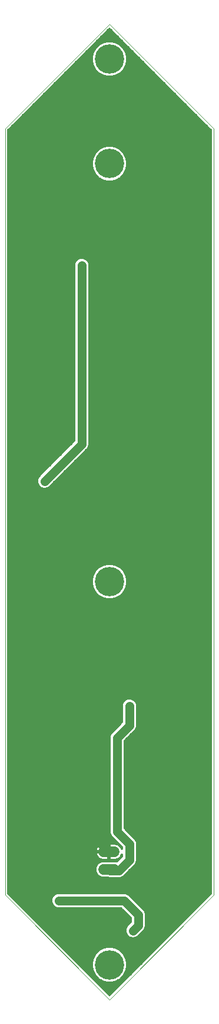
<source format=gbl>
G75*
%MOIN*%
%OFA0B0*%
%FSLAX25Y25*%
%IPPOS*%
%LPD*%
%AMOC8*
5,1,8,0,0,1.08239X$1,22.5*
%
%ADD10C,0.00000*%
%ADD11C,0.06000*%
%ADD12C,0.04362*%
%ADD13C,0.05000*%
%ADD14C,0.01200*%
%ADD15C,0.04000*%
%ADD16C,0.03969*%
%ADD17C,0.16598*%
D10*
X0020685Y0060655D02*
X0079740Y0001600D01*
X0138795Y0060655D01*
X0138795Y0493726D01*
X0079740Y0552781D01*
X0020685Y0493726D01*
X0020685Y0060655D01*
D11*
X0076425Y0075120D02*
X0082425Y0075120D01*
X0082425Y0085120D02*
X0076425Y0085120D01*
D12*
X0091000Y0167600D03*
X0087000Y0270600D03*
X0054000Y0158600D03*
X0043000Y0294600D03*
X0064000Y0416600D03*
X0094000Y0511600D03*
X0124000Y0405600D03*
D13*
X0109000Y0420600D01*
X0109000Y0478600D01*
X0094000Y0493600D01*
X0094000Y0511600D01*
X0064000Y0416600D02*
X0064000Y0315600D01*
X0043000Y0294600D01*
X0087000Y0179600D02*
X0066500Y0159100D01*
X0075480Y0150120D01*
X0075480Y0089065D01*
X0079425Y0085120D01*
X0079425Y0075120D02*
X0079945Y0074600D01*
X0085000Y0074600D01*
X0091000Y0080600D01*
X0091000Y0089600D01*
X0084000Y0096600D01*
X0084000Y0149600D01*
X0091000Y0156600D01*
X0091000Y0167600D01*
X0066500Y0159100D02*
X0066000Y0158600D01*
X0054000Y0158600D01*
X0051000Y0057600D02*
X0088000Y0057600D01*
X0096000Y0049600D01*
X0096000Y0043600D01*
X0093000Y0040600D01*
D14*
X0092007Y0036357D02*
X0047529Y0036357D01*
X0046330Y0037555D02*
X0089964Y0037555D01*
X0090564Y0036955D02*
X0092145Y0036300D01*
X0093855Y0036300D01*
X0095436Y0036955D01*
X0099645Y0041164D01*
X0100300Y0042745D01*
X0100300Y0050455D01*
X0099645Y0052036D01*
X0098436Y0053245D01*
X0090436Y0061245D01*
X0088855Y0061900D01*
X0087145Y0061900D01*
X0050145Y0061900D01*
X0048564Y0061245D01*
X0047355Y0060036D01*
X0046700Y0058455D01*
X0046700Y0056745D01*
X0047355Y0055164D01*
X0048564Y0053955D01*
X0050145Y0053300D01*
X0086219Y0053300D01*
X0091700Y0047819D01*
X0091700Y0045381D01*
X0089355Y0043036D01*
X0088700Y0041455D01*
X0088700Y0039745D01*
X0089355Y0038164D01*
X0090564Y0036955D01*
X0089110Y0038754D02*
X0045132Y0038754D01*
X0043933Y0039952D02*
X0088700Y0039952D01*
X0088700Y0041151D02*
X0042735Y0041151D01*
X0041536Y0042349D02*
X0089070Y0042349D01*
X0089867Y0043548D02*
X0040338Y0043548D01*
X0039139Y0044746D02*
X0091065Y0044746D01*
X0091700Y0045945D02*
X0037941Y0045945D01*
X0036742Y0047143D02*
X0091700Y0047143D01*
X0091177Y0048342D02*
X0035544Y0048342D01*
X0034345Y0049540D02*
X0089978Y0049540D01*
X0088780Y0050739D02*
X0033147Y0050739D01*
X0031948Y0051937D02*
X0087581Y0051937D01*
X0086383Y0053136D02*
X0030750Y0053136D01*
X0029551Y0054334D02*
X0048184Y0054334D01*
X0047202Y0055533D02*
X0028353Y0055533D01*
X0027154Y0056732D02*
X0046705Y0056732D01*
X0046700Y0057930D02*
X0025956Y0057930D01*
X0024757Y0059129D02*
X0046979Y0059129D01*
X0047646Y0060327D02*
X0023559Y0060327D01*
X0022485Y0061401D02*
X0022485Y0492980D01*
X0079740Y0550236D01*
X0136995Y0492980D01*
X0136995Y0061401D01*
X0079740Y0004146D01*
X0022485Y0061401D01*
X0022485Y0061526D02*
X0049241Y0061526D01*
X0048727Y0035158D02*
X0110753Y0035158D01*
X0109554Y0033960D02*
X0049926Y0033960D01*
X0051124Y0032761D02*
X0108356Y0032761D01*
X0107157Y0031563D02*
X0052323Y0031563D01*
X0053521Y0030364D02*
X0075267Y0030364D01*
X0075842Y0030696D02*
X0073539Y0029366D01*
X0071659Y0027486D01*
X0070329Y0025183D01*
X0069641Y0022615D01*
X0069641Y0019955D01*
X0070329Y0017387D01*
X0071659Y0015084D01*
X0073539Y0013204D01*
X0075842Y0011874D01*
X0078411Y0011186D01*
X0081070Y0011186D01*
X0083638Y0011874D01*
X0085941Y0013204D01*
X0087822Y0015084D01*
X0089151Y0017387D01*
X0089839Y0019955D01*
X0089839Y0022615D01*
X0089151Y0025183D01*
X0087822Y0027486D01*
X0085941Y0029366D01*
X0083638Y0030696D01*
X0081070Y0031384D01*
X0078411Y0031384D01*
X0075842Y0030696D01*
X0073338Y0029166D02*
X0054720Y0029166D01*
X0055918Y0027967D02*
X0072140Y0027967D01*
X0071245Y0026769D02*
X0057117Y0026769D01*
X0058316Y0025570D02*
X0070553Y0025570D01*
X0070112Y0024372D02*
X0059514Y0024372D01*
X0060713Y0023173D02*
X0069791Y0023173D01*
X0069641Y0021975D02*
X0061911Y0021975D01*
X0063110Y0020776D02*
X0069641Y0020776D01*
X0069742Y0019578D02*
X0064308Y0019578D01*
X0065507Y0018379D02*
X0070063Y0018379D01*
X0070448Y0017181D02*
X0066705Y0017181D01*
X0067904Y0015982D02*
X0071140Y0015982D01*
X0071959Y0014784D02*
X0069102Y0014784D01*
X0070301Y0013585D02*
X0073158Y0013585D01*
X0071499Y0012387D02*
X0074954Y0012387D01*
X0073896Y0009990D02*
X0085584Y0009990D01*
X0086783Y0011188D02*
X0081078Y0011188D01*
X0081989Y0006394D02*
X0077492Y0006394D01*
X0078690Y0005196D02*
X0080790Y0005196D01*
X0083187Y0007593D02*
X0076293Y0007593D01*
X0075095Y0008791D02*
X0084386Y0008791D01*
X0084526Y0012387D02*
X0087981Y0012387D01*
X0089180Y0013585D02*
X0086323Y0013585D01*
X0087521Y0014784D02*
X0090378Y0014784D01*
X0091577Y0015982D02*
X0088340Y0015982D01*
X0089032Y0017181D02*
X0092775Y0017181D01*
X0093974Y0018379D02*
X0089417Y0018379D01*
X0089738Y0019578D02*
X0095172Y0019578D01*
X0096371Y0020776D02*
X0089839Y0020776D01*
X0089839Y0021975D02*
X0097569Y0021975D01*
X0098768Y0023173D02*
X0089690Y0023173D01*
X0089369Y0024372D02*
X0099966Y0024372D01*
X0101165Y0025570D02*
X0088928Y0025570D01*
X0088236Y0026769D02*
X0102363Y0026769D01*
X0103562Y0027967D02*
X0087340Y0027967D01*
X0086142Y0029166D02*
X0104760Y0029166D01*
X0105959Y0030364D02*
X0084213Y0030364D01*
X0078402Y0011188D02*
X0072698Y0011188D01*
X0075470Y0070320D02*
X0073706Y0071050D01*
X0072356Y0072401D01*
X0071625Y0074165D01*
X0071625Y0076074D01*
X0072356Y0077839D01*
X0073706Y0079189D01*
X0075470Y0079920D01*
X0083380Y0079920D01*
X0083987Y0079668D01*
X0086700Y0082381D01*
X0086700Y0083390D01*
X0086688Y0083354D01*
X0086359Y0082709D01*
X0085934Y0082123D01*
X0085422Y0081611D01*
X0084836Y0081185D01*
X0084191Y0080857D01*
X0083502Y0080633D01*
X0082787Y0080520D01*
X0079825Y0080520D01*
X0079825Y0084720D01*
X0079025Y0084720D01*
X0071831Y0084720D01*
X0071938Y0084043D01*
X0072162Y0083354D01*
X0072491Y0082709D01*
X0072917Y0082123D01*
X0073428Y0081611D01*
X0074014Y0081185D01*
X0074659Y0080857D01*
X0075348Y0080633D01*
X0076063Y0080520D01*
X0079025Y0080520D01*
X0079025Y0084720D01*
X0079025Y0085520D01*
X0079025Y0089720D01*
X0076063Y0089720D01*
X0075348Y0089606D01*
X0074659Y0089383D01*
X0074014Y0089054D01*
X0073428Y0088628D01*
X0072917Y0088116D01*
X0072491Y0087531D01*
X0072162Y0086885D01*
X0071938Y0086197D01*
X0071831Y0085520D01*
X0079025Y0085520D01*
X0079825Y0085520D01*
X0079825Y0089720D01*
X0082787Y0089720D01*
X0083502Y0089606D01*
X0084191Y0089383D01*
X0084836Y0089054D01*
X0085422Y0088628D01*
X0085934Y0088116D01*
X0086359Y0087531D01*
X0086688Y0086885D01*
X0086700Y0086849D01*
X0086700Y0087819D01*
X0080355Y0094164D01*
X0079700Y0095745D01*
X0079700Y0150455D01*
X0080355Y0152036D01*
X0081564Y0153245D01*
X0086700Y0158381D01*
X0086700Y0168455D01*
X0087355Y0170036D01*
X0088564Y0171245D01*
X0090145Y0171900D01*
X0091855Y0171900D01*
X0093436Y0171245D01*
X0094645Y0170036D01*
X0095300Y0168455D01*
X0095300Y0155745D01*
X0094645Y0154164D01*
X0088300Y0147819D01*
X0088300Y0098381D01*
X0093436Y0093245D01*
X0094645Y0092036D01*
X0095300Y0090455D01*
X0095300Y0079745D01*
X0094645Y0078164D01*
X0088645Y0072164D01*
X0087436Y0070955D01*
X0085855Y0070300D01*
X0079090Y0070300D01*
X0079042Y0070320D01*
X0075470Y0070320D01*
X0073643Y0071114D02*
X0022485Y0071114D01*
X0022485Y0072312D02*
X0072444Y0072312D01*
X0071896Y0073511D02*
X0022485Y0073511D01*
X0022485Y0074709D02*
X0071625Y0074709D01*
X0071625Y0075908D02*
X0022485Y0075908D01*
X0022485Y0077106D02*
X0072053Y0077106D01*
X0072822Y0078305D02*
X0022485Y0078305D01*
X0022485Y0079503D02*
X0074465Y0079503D01*
X0075136Y0080702D02*
X0022485Y0080702D01*
X0022485Y0081900D02*
X0073139Y0081900D01*
X0072292Y0083099D02*
X0022485Y0083099D01*
X0022485Y0084297D02*
X0071898Y0084297D01*
X0072100Y0086694D02*
X0022485Y0086694D01*
X0022485Y0085496D02*
X0079025Y0085496D01*
X0079025Y0086694D02*
X0079825Y0086694D01*
X0079825Y0087893D02*
X0079025Y0087893D01*
X0079025Y0089091D02*
X0079825Y0089091D01*
X0079825Y0084297D02*
X0079025Y0084297D01*
X0079025Y0083099D02*
X0079825Y0083099D01*
X0079825Y0081900D02*
X0079025Y0081900D01*
X0079025Y0080702D02*
X0079825Y0080702D01*
X0081832Y0092687D02*
X0022485Y0092687D01*
X0022485Y0093885D02*
X0080634Y0093885D01*
X0079974Y0095084D02*
X0022485Y0095084D01*
X0022485Y0096282D02*
X0079700Y0096282D01*
X0079700Y0097481D02*
X0022485Y0097481D01*
X0022485Y0098679D02*
X0079700Y0098679D01*
X0079700Y0099878D02*
X0022485Y0099878D01*
X0022485Y0101076D02*
X0079700Y0101076D01*
X0079700Y0102275D02*
X0022485Y0102275D01*
X0022485Y0103473D02*
X0079700Y0103473D01*
X0079700Y0104672D02*
X0022485Y0104672D01*
X0022485Y0105870D02*
X0079700Y0105870D01*
X0079700Y0107069D02*
X0022485Y0107069D01*
X0022485Y0108268D02*
X0079700Y0108268D01*
X0079700Y0109466D02*
X0022485Y0109466D01*
X0022485Y0110665D02*
X0079700Y0110665D01*
X0079700Y0111863D02*
X0022485Y0111863D01*
X0022485Y0113062D02*
X0079700Y0113062D01*
X0079700Y0114260D02*
X0022485Y0114260D01*
X0022485Y0115459D02*
X0079700Y0115459D01*
X0079700Y0116657D02*
X0022485Y0116657D01*
X0022485Y0117856D02*
X0079700Y0117856D01*
X0079700Y0119054D02*
X0022485Y0119054D01*
X0022485Y0120253D02*
X0079700Y0120253D01*
X0079700Y0121451D02*
X0022485Y0121451D01*
X0022485Y0122650D02*
X0079700Y0122650D01*
X0079700Y0123848D02*
X0022485Y0123848D01*
X0022485Y0125047D02*
X0079700Y0125047D01*
X0079700Y0126245D02*
X0022485Y0126245D01*
X0022485Y0127444D02*
X0079700Y0127444D01*
X0079700Y0128642D02*
X0022485Y0128642D01*
X0022485Y0129841D02*
X0079700Y0129841D01*
X0079700Y0131039D02*
X0022485Y0131039D01*
X0022485Y0132238D02*
X0079700Y0132238D01*
X0079700Y0133436D02*
X0022485Y0133436D01*
X0022485Y0134635D02*
X0079700Y0134635D01*
X0079700Y0135833D02*
X0022485Y0135833D01*
X0022485Y0137032D02*
X0079700Y0137032D01*
X0079700Y0138230D02*
X0022485Y0138230D01*
X0022485Y0139429D02*
X0079700Y0139429D01*
X0079700Y0140627D02*
X0022485Y0140627D01*
X0022485Y0141826D02*
X0079700Y0141826D01*
X0079700Y0143024D02*
X0022485Y0143024D01*
X0022485Y0144223D02*
X0079700Y0144223D01*
X0079700Y0145421D02*
X0022485Y0145421D01*
X0022485Y0146620D02*
X0079700Y0146620D01*
X0079700Y0147818D02*
X0022485Y0147818D01*
X0022485Y0149017D02*
X0079700Y0149017D01*
X0079700Y0150215D02*
X0022485Y0150215D01*
X0022485Y0151414D02*
X0080097Y0151414D01*
X0080931Y0152612D02*
X0022485Y0152612D01*
X0022485Y0153811D02*
X0082130Y0153811D01*
X0083328Y0155009D02*
X0022485Y0155009D01*
X0022485Y0156208D02*
X0084527Y0156208D01*
X0085725Y0157406D02*
X0022485Y0157406D01*
X0022485Y0158605D02*
X0086700Y0158605D01*
X0086700Y0159803D02*
X0022485Y0159803D01*
X0022485Y0161002D02*
X0086700Y0161002D01*
X0086700Y0162201D02*
X0022485Y0162201D01*
X0022485Y0163399D02*
X0086700Y0163399D01*
X0086700Y0164598D02*
X0022485Y0164598D01*
X0022485Y0165796D02*
X0086700Y0165796D01*
X0086700Y0166995D02*
X0022485Y0166995D01*
X0022485Y0168193D02*
X0086700Y0168193D01*
X0087088Y0169392D02*
X0022485Y0169392D01*
X0022485Y0170590D02*
X0087909Y0170590D01*
X0089876Y0171789D02*
X0022485Y0171789D01*
X0022485Y0172987D02*
X0136995Y0172987D01*
X0136995Y0171789D02*
X0092124Y0171789D01*
X0094091Y0170590D02*
X0136995Y0170590D01*
X0136995Y0169392D02*
X0094912Y0169392D01*
X0095300Y0168193D02*
X0136995Y0168193D01*
X0136995Y0166995D02*
X0095300Y0166995D01*
X0095300Y0165796D02*
X0136995Y0165796D01*
X0136995Y0164598D02*
X0095300Y0164598D01*
X0095300Y0163399D02*
X0136995Y0163399D01*
X0136995Y0162201D02*
X0095300Y0162201D01*
X0095300Y0161002D02*
X0136995Y0161002D01*
X0136995Y0159803D02*
X0095300Y0159803D01*
X0095300Y0158605D02*
X0136995Y0158605D01*
X0136995Y0157406D02*
X0095300Y0157406D01*
X0095300Y0156208D02*
X0136995Y0156208D01*
X0136995Y0155009D02*
X0094995Y0155009D01*
X0094292Y0153811D02*
X0136995Y0153811D01*
X0136995Y0152612D02*
X0093094Y0152612D01*
X0091895Y0151414D02*
X0136995Y0151414D01*
X0136995Y0150215D02*
X0090697Y0150215D01*
X0089498Y0149017D02*
X0136995Y0149017D01*
X0136995Y0147818D02*
X0088300Y0147818D01*
X0088300Y0146620D02*
X0136995Y0146620D01*
X0136995Y0145421D02*
X0088300Y0145421D01*
X0088300Y0144223D02*
X0136995Y0144223D01*
X0136995Y0143024D02*
X0088300Y0143024D01*
X0088300Y0141826D02*
X0136995Y0141826D01*
X0136995Y0140627D02*
X0088300Y0140627D01*
X0088300Y0139429D02*
X0136995Y0139429D01*
X0136995Y0138230D02*
X0088300Y0138230D01*
X0088300Y0137032D02*
X0136995Y0137032D01*
X0136995Y0135833D02*
X0088300Y0135833D01*
X0088300Y0134635D02*
X0136995Y0134635D01*
X0136995Y0133436D02*
X0088300Y0133436D01*
X0088300Y0132238D02*
X0136995Y0132238D01*
X0136995Y0131039D02*
X0088300Y0131039D01*
X0088300Y0129841D02*
X0136995Y0129841D01*
X0136995Y0128642D02*
X0088300Y0128642D01*
X0088300Y0127444D02*
X0136995Y0127444D01*
X0136995Y0126245D02*
X0088300Y0126245D01*
X0088300Y0125047D02*
X0136995Y0125047D01*
X0136995Y0123848D02*
X0088300Y0123848D01*
X0088300Y0122650D02*
X0136995Y0122650D01*
X0136995Y0121451D02*
X0088300Y0121451D01*
X0088300Y0120253D02*
X0136995Y0120253D01*
X0136995Y0119054D02*
X0088300Y0119054D01*
X0088300Y0117856D02*
X0136995Y0117856D01*
X0136995Y0116657D02*
X0088300Y0116657D01*
X0088300Y0115459D02*
X0136995Y0115459D01*
X0136995Y0114260D02*
X0088300Y0114260D01*
X0088300Y0113062D02*
X0136995Y0113062D01*
X0136995Y0111863D02*
X0088300Y0111863D01*
X0088300Y0110665D02*
X0136995Y0110665D01*
X0136995Y0109466D02*
X0088300Y0109466D01*
X0088300Y0108268D02*
X0136995Y0108268D01*
X0136995Y0107069D02*
X0088300Y0107069D01*
X0088300Y0105870D02*
X0136995Y0105870D01*
X0136995Y0104672D02*
X0088300Y0104672D01*
X0088300Y0103473D02*
X0136995Y0103473D01*
X0136995Y0102275D02*
X0088300Y0102275D01*
X0088300Y0101076D02*
X0136995Y0101076D01*
X0136995Y0099878D02*
X0088300Y0099878D01*
X0088300Y0098679D02*
X0136995Y0098679D01*
X0136995Y0097481D02*
X0089200Y0097481D01*
X0090399Y0096282D02*
X0136995Y0096282D01*
X0136995Y0095084D02*
X0091597Y0095084D01*
X0092796Y0093885D02*
X0136995Y0093885D01*
X0136995Y0092687D02*
X0093994Y0092687D01*
X0094872Y0091488D02*
X0136995Y0091488D01*
X0136995Y0090290D02*
X0095300Y0090290D01*
X0095300Y0089091D02*
X0136995Y0089091D01*
X0136995Y0087893D02*
X0095300Y0087893D01*
X0095300Y0086694D02*
X0136995Y0086694D01*
X0136995Y0085496D02*
X0095300Y0085496D01*
X0095300Y0084297D02*
X0136995Y0084297D01*
X0136995Y0083099D02*
X0095300Y0083099D01*
X0095300Y0081900D02*
X0136995Y0081900D01*
X0136995Y0080702D02*
X0095300Y0080702D01*
X0095200Y0079503D02*
X0136995Y0079503D01*
X0136995Y0078305D02*
X0094704Y0078305D01*
X0093587Y0077106D02*
X0136995Y0077106D01*
X0136995Y0075908D02*
X0092389Y0075908D01*
X0091190Y0074709D02*
X0136995Y0074709D01*
X0136995Y0073511D02*
X0089992Y0073511D01*
X0088793Y0072312D02*
X0136995Y0072312D01*
X0136995Y0071114D02*
X0087595Y0071114D01*
X0089759Y0061526D02*
X0136995Y0061526D01*
X0136995Y0062724D02*
X0022485Y0062724D01*
X0022485Y0063923D02*
X0136995Y0063923D01*
X0136995Y0065121D02*
X0022485Y0065121D01*
X0022485Y0066320D02*
X0136995Y0066320D01*
X0136995Y0067518D02*
X0022485Y0067518D01*
X0022485Y0068717D02*
X0136995Y0068717D01*
X0136995Y0069915D02*
X0022485Y0069915D01*
X0022485Y0087893D02*
X0072754Y0087893D01*
X0074088Y0089091D02*
X0022485Y0089091D01*
X0022485Y0090290D02*
X0084229Y0090290D01*
X0084763Y0089091D02*
X0085428Y0089091D01*
X0086096Y0087893D02*
X0086626Y0087893D01*
X0086558Y0083099D02*
X0086700Y0083099D01*
X0086219Y0081900D02*
X0085711Y0081900D01*
X0085021Y0080702D02*
X0083714Y0080702D01*
X0083031Y0091488D02*
X0022485Y0091488D01*
X0022485Y0174186D02*
X0136995Y0174186D01*
X0136995Y0175384D02*
X0022485Y0175384D01*
X0022485Y0176583D02*
X0136995Y0176583D01*
X0136995Y0177781D02*
X0022485Y0177781D01*
X0022485Y0178980D02*
X0136995Y0178980D01*
X0136995Y0180178D02*
X0022485Y0180178D01*
X0022485Y0181377D02*
X0136995Y0181377D01*
X0136995Y0182575D02*
X0022485Y0182575D01*
X0022485Y0183774D02*
X0136995Y0183774D01*
X0136995Y0184972D02*
X0022485Y0184972D01*
X0022485Y0186171D02*
X0136995Y0186171D01*
X0136995Y0187369D02*
X0022485Y0187369D01*
X0022485Y0188568D02*
X0136995Y0188568D01*
X0136995Y0189766D02*
X0022485Y0189766D01*
X0022485Y0190965D02*
X0136995Y0190965D01*
X0136995Y0192163D02*
X0022485Y0192163D01*
X0022485Y0193362D02*
X0136995Y0193362D01*
X0136995Y0194560D02*
X0022485Y0194560D01*
X0022485Y0195759D02*
X0136995Y0195759D01*
X0136995Y0196957D02*
X0022485Y0196957D01*
X0022485Y0198156D02*
X0136995Y0198156D01*
X0136995Y0199354D02*
X0022485Y0199354D01*
X0022485Y0200553D02*
X0136995Y0200553D01*
X0136995Y0201751D02*
X0022485Y0201751D01*
X0022485Y0202950D02*
X0136995Y0202950D01*
X0136995Y0204148D02*
X0022485Y0204148D01*
X0022485Y0205347D02*
X0136995Y0205347D01*
X0136995Y0206545D02*
X0022485Y0206545D01*
X0022485Y0207744D02*
X0136995Y0207744D01*
X0136995Y0208942D02*
X0022485Y0208942D01*
X0022485Y0210141D02*
X0136995Y0210141D01*
X0136995Y0211339D02*
X0022485Y0211339D01*
X0022485Y0212538D02*
X0136995Y0212538D01*
X0136995Y0213737D02*
X0022485Y0213737D01*
X0022485Y0214935D02*
X0136995Y0214935D01*
X0136995Y0216134D02*
X0022485Y0216134D01*
X0022485Y0217332D02*
X0136995Y0217332D01*
X0136995Y0218531D02*
X0022485Y0218531D01*
X0022485Y0219729D02*
X0136995Y0219729D01*
X0136995Y0220928D02*
X0022485Y0220928D01*
X0022485Y0222126D02*
X0136995Y0222126D01*
X0136995Y0223325D02*
X0022485Y0223325D01*
X0022485Y0224523D02*
X0136995Y0224523D01*
X0136995Y0225722D02*
X0022485Y0225722D01*
X0022485Y0226920D02*
X0136995Y0226920D01*
X0136995Y0228119D02*
X0082553Y0228119D01*
X0083638Y0228409D02*
X0081070Y0227721D01*
X0078411Y0227721D01*
X0075842Y0228409D01*
X0073539Y0229739D01*
X0071659Y0231619D01*
X0070329Y0233922D01*
X0069641Y0236491D01*
X0069641Y0239150D01*
X0070329Y0241719D01*
X0071659Y0244022D01*
X0073539Y0245902D01*
X0075842Y0247231D01*
X0078411Y0247920D01*
X0081070Y0247920D01*
X0083638Y0247231D01*
X0085941Y0245902D01*
X0087822Y0244022D01*
X0089151Y0241719D01*
X0089839Y0239150D01*
X0089839Y0236491D01*
X0089151Y0233922D01*
X0087822Y0231619D01*
X0085941Y0229739D01*
X0083638Y0228409D01*
X0085210Y0229317D02*
X0136995Y0229317D01*
X0136995Y0230516D02*
X0086718Y0230516D01*
X0087876Y0231714D02*
X0136995Y0231714D01*
X0136995Y0232913D02*
X0088568Y0232913D01*
X0089202Y0234111D02*
X0136995Y0234111D01*
X0136995Y0235310D02*
X0089523Y0235310D01*
X0089839Y0236508D02*
X0136995Y0236508D01*
X0136995Y0237707D02*
X0089839Y0237707D01*
X0089839Y0238905D02*
X0136995Y0238905D01*
X0136995Y0240104D02*
X0089584Y0240104D01*
X0089263Y0241302D02*
X0136995Y0241302D01*
X0136995Y0242501D02*
X0088700Y0242501D01*
X0088008Y0243699D02*
X0136995Y0243699D01*
X0136995Y0244898D02*
X0086945Y0244898D01*
X0085604Y0246096D02*
X0136995Y0246096D01*
X0136995Y0247295D02*
X0083402Y0247295D01*
X0076079Y0247295D02*
X0022485Y0247295D01*
X0022485Y0248493D02*
X0136995Y0248493D01*
X0136995Y0249692D02*
X0022485Y0249692D01*
X0022485Y0250890D02*
X0136995Y0250890D01*
X0136995Y0252089D02*
X0022485Y0252089D01*
X0022485Y0253287D02*
X0136995Y0253287D01*
X0136995Y0254486D02*
X0022485Y0254486D01*
X0022485Y0255684D02*
X0136995Y0255684D01*
X0136995Y0256883D02*
X0022485Y0256883D01*
X0022485Y0258081D02*
X0136995Y0258081D01*
X0136995Y0259280D02*
X0022485Y0259280D01*
X0022485Y0260478D02*
X0136995Y0260478D01*
X0136995Y0261677D02*
X0022485Y0261677D01*
X0022485Y0262875D02*
X0136995Y0262875D01*
X0136995Y0264074D02*
X0022485Y0264074D01*
X0022485Y0265272D02*
X0136995Y0265272D01*
X0136995Y0266471D02*
X0022485Y0266471D01*
X0022485Y0267670D02*
X0136995Y0267670D01*
X0136995Y0268868D02*
X0022485Y0268868D01*
X0022485Y0270067D02*
X0136995Y0270067D01*
X0136995Y0271265D02*
X0022485Y0271265D01*
X0022485Y0272464D02*
X0136995Y0272464D01*
X0136995Y0273662D02*
X0022485Y0273662D01*
X0022485Y0274861D02*
X0136995Y0274861D01*
X0136995Y0276059D02*
X0022485Y0276059D01*
X0022485Y0277258D02*
X0136995Y0277258D01*
X0136995Y0278456D02*
X0022485Y0278456D01*
X0022485Y0279655D02*
X0136995Y0279655D01*
X0136995Y0280853D02*
X0022485Y0280853D01*
X0022485Y0282052D02*
X0136995Y0282052D01*
X0136995Y0283250D02*
X0022485Y0283250D01*
X0022485Y0284449D02*
X0136995Y0284449D01*
X0136995Y0285647D02*
X0022485Y0285647D01*
X0022485Y0286846D02*
X0136995Y0286846D01*
X0136995Y0288044D02*
X0022485Y0288044D01*
X0022485Y0289243D02*
X0136995Y0289243D01*
X0136995Y0290441D02*
X0044196Y0290441D01*
X0043855Y0290300D02*
X0045436Y0290955D01*
X0067645Y0313164D01*
X0068300Y0314745D01*
X0068300Y0316455D01*
X0068300Y0417455D01*
X0067645Y0419036D01*
X0066436Y0420245D01*
X0064855Y0420900D01*
X0063145Y0420900D01*
X0061564Y0420245D01*
X0060355Y0419036D01*
X0059700Y0417455D01*
X0059700Y0317381D01*
X0039355Y0297036D01*
X0038700Y0295455D01*
X0038700Y0293745D01*
X0039355Y0292164D01*
X0040564Y0290955D01*
X0042145Y0290300D01*
X0043855Y0290300D01*
X0046121Y0291640D02*
X0136995Y0291640D01*
X0136995Y0292838D02*
X0047319Y0292838D01*
X0048518Y0294037D02*
X0136995Y0294037D01*
X0136995Y0295235D02*
X0049716Y0295235D01*
X0050915Y0296434D02*
X0136995Y0296434D01*
X0136995Y0297632D02*
X0052113Y0297632D01*
X0053312Y0298831D02*
X0136995Y0298831D01*
X0136995Y0300029D02*
X0054510Y0300029D01*
X0055709Y0301228D02*
X0136995Y0301228D01*
X0136995Y0302426D02*
X0056907Y0302426D01*
X0058106Y0303625D02*
X0136995Y0303625D01*
X0136995Y0304823D02*
X0059304Y0304823D01*
X0060503Y0306022D02*
X0136995Y0306022D01*
X0136995Y0307220D02*
X0061702Y0307220D01*
X0062900Y0308419D02*
X0136995Y0308419D01*
X0136995Y0309617D02*
X0064099Y0309617D01*
X0065297Y0310816D02*
X0136995Y0310816D01*
X0136995Y0312014D02*
X0066496Y0312014D01*
X0067666Y0313213D02*
X0136995Y0313213D01*
X0136995Y0314411D02*
X0068162Y0314411D01*
X0068300Y0315610D02*
X0136995Y0315610D01*
X0136995Y0316808D02*
X0068300Y0316808D01*
X0068300Y0318007D02*
X0136995Y0318007D01*
X0136995Y0319205D02*
X0068300Y0319205D01*
X0068300Y0320404D02*
X0136995Y0320404D01*
X0136995Y0321603D02*
X0068300Y0321603D01*
X0068300Y0322801D02*
X0136995Y0322801D01*
X0136995Y0324000D02*
X0068300Y0324000D01*
X0068300Y0325198D02*
X0136995Y0325198D01*
X0136995Y0326397D02*
X0068300Y0326397D01*
X0068300Y0327595D02*
X0136995Y0327595D01*
X0136995Y0328794D02*
X0068300Y0328794D01*
X0068300Y0329992D02*
X0136995Y0329992D01*
X0136995Y0331191D02*
X0068300Y0331191D01*
X0068300Y0332389D02*
X0136995Y0332389D01*
X0136995Y0333588D02*
X0068300Y0333588D01*
X0068300Y0334786D02*
X0136995Y0334786D01*
X0136995Y0335985D02*
X0068300Y0335985D01*
X0068300Y0337183D02*
X0136995Y0337183D01*
X0136995Y0338382D02*
X0068300Y0338382D01*
X0068300Y0339580D02*
X0136995Y0339580D01*
X0136995Y0340779D02*
X0068300Y0340779D01*
X0068300Y0341977D02*
X0136995Y0341977D01*
X0136995Y0343176D02*
X0068300Y0343176D01*
X0068300Y0344374D02*
X0136995Y0344374D01*
X0136995Y0345573D02*
X0068300Y0345573D01*
X0068300Y0346771D02*
X0136995Y0346771D01*
X0136995Y0347970D02*
X0068300Y0347970D01*
X0068300Y0349168D02*
X0136995Y0349168D01*
X0136995Y0350367D02*
X0068300Y0350367D01*
X0068300Y0351565D02*
X0136995Y0351565D01*
X0136995Y0352764D02*
X0068300Y0352764D01*
X0068300Y0353962D02*
X0136995Y0353962D01*
X0136995Y0355161D02*
X0068300Y0355161D01*
X0068300Y0356359D02*
X0136995Y0356359D01*
X0136995Y0357558D02*
X0068300Y0357558D01*
X0068300Y0358756D02*
X0136995Y0358756D01*
X0136995Y0359955D02*
X0068300Y0359955D01*
X0068300Y0361153D02*
X0136995Y0361153D01*
X0136995Y0362352D02*
X0068300Y0362352D01*
X0068300Y0363550D02*
X0136995Y0363550D01*
X0136995Y0364749D02*
X0068300Y0364749D01*
X0068300Y0365947D02*
X0136995Y0365947D01*
X0136995Y0367146D02*
X0068300Y0367146D01*
X0068300Y0368344D02*
X0136995Y0368344D01*
X0136995Y0369543D02*
X0068300Y0369543D01*
X0068300Y0370741D02*
X0136995Y0370741D01*
X0136995Y0371940D02*
X0068300Y0371940D01*
X0068300Y0373139D02*
X0136995Y0373139D01*
X0136995Y0374337D02*
X0068300Y0374337D01*
X0068300Y0375536D02*
X0136995Y0375536D01*
X0136995Y0376734D02*
X0068300Y0376734D01*
X0068300Y0377933D02*
X0136995Y0377933D01*
X0136995Y0379131D02*
X0068300Y0379131D01*
X0068300Y0380330D02*
X0136995Y0380330D01*
X0136995Y0381528D02*
X0068300Y0381528D01*
X0068300Y0382727D02*
X0136995Y0382727D01*
X0136995Y0383925D02*
X0068300Y0383925D01*
X0068300Y0385124D02*
X0136995Y0385124D01*
X0136995Y0386322D02*
X0068300Y0386322D01*
X0068300Y0387521D02*
X0136995Y0387521D01*
X0136995Y0388719D02*
X0068300Y0388719D01*
X0068300Y0389918D02*
X0136995Y0389918D01*
X0136995Y0391116D02*
X0068300Y0391116D01*
X0068300Y0392315D02*
X0136995Y0392315D01*
X0136995Y0393513D02*
X0068300Y0393513D01*
X0068300Y0394712D02*
X0136995Y0394712D01*
X0136995Y0395910D02*
X0068300Y0395910D01*
X0068300Y0397109D02*
X0136995Y0397109D01*
X0136995Y0398307D02*
X0068300Y0398307D01*
X0068300Y0399506D02*
X0136995Y0399506D01*
X0136995Y0400704D02*
X0068300Y0400704D01*
X0068300Y0401903D02*
X0136995Y0401903D01*
X0136995Y0403101D02*
X0068300Y0403101D01*
X0068300Y0404300D02*
X0136995Y0404300D01*
X0136995Y0405498D02*
X0068300Y0405498D01*
X0068300Y0406697D02*
X0136995Y0406697D01*
X0136995Y0407895D02*
X0068300Y0407895D01*
X0068300Y0409094D02*
X0136995Y0409094D01*
X0136995Y0410292D02*
X0068300Y0410292D01*
X0068300Y0411491D02*
X0136995Y0411491D01*
X0136995Y0412689D02*
X0068300Y0412689D01*
X0068300Y0413888D02*
X0136995Y0413888D01*
X0136995Y0415086D02*
X0068300Y0415086D01*
X0068300Y0416285D02*
X0136995Y0416285D01*
X0136995Y0417483D02*
X0068288Y0417483D01*
X0067792Y0418682D02*
X0136995Y0418682D01*
X0136995Y0419880D02*
X0066801Y0419880D01*
X0061199Y0419880D02*
X0022485Y0419880D01*
X0022485Y0418682D02*
X0060208Y0418682D01*
X0059712Y0417483D02*
X0022485Y0417483D01*
X0022485Y0416285D02*
X0059700Y0416285D01*
X0059700Y0415086D02*
X0022485Y0415086D01*
X0022485Y0413888D02*
X0059700Y0413888D01*
X0059700Y0412689D02*
X0022485Y0412689D01*
X0022485Y0411491D02*
X0059700Y0411491D01*
X0059700Y0410292D02*
X0022485Y0410292D01*
X0022485Y0409094D02*
X0059700Y0409094D01*
X0059700Y0407895D02*
X0022485Y0407895D01*
X0022485Y0406697D02*
X0059700Y0406697D01*
X0059700Y0405498D02*
X0022485Y0405498D01*
X0022485Y0404300D02*
X0059700Y0404300D01*
X0059700Y0403101D02*
X0022485Y0403101D01*
X0022485Y0401903D02*
X0059700Y0401903D01*
X0059700Y0400704D02*
X0022485Y0400704D01*
X0022485Y0399506D02*
X0059700Y0399506D01*
X0059700Y0398307D02*
X0022485Y0398307D01*
X0022485Y0397109D02*
X0059700Y0397109D01*
X0059700Y0395910D02*
X0022485Y0395910D01*
X0022485Y0394712D02*
X0059700Y0394712D01*
X0059700Y0393513D02*
X0022485Y0393513D01*
X0022485Y0392315D02*
X0059700Y0392315D01*
X0059700Y0391116D02*
X0022485Y0391116D01*
X0022485Y0389918D02*
X0059700Y0389918D01*
X0059700Y0388719D02*
X0022485Y0388719D01*
X0022485Y0387521D02*
X0059700Y0387521D01*
X0059700Y0386322D02*
X0022485Y0386322D01*
X0022485Y0385124D02*
X0059700Y0385124D01*
X0059700Y0383925D02*
X0022485Y0383925D01*
X0022485Y0382727D02*
X0059700Y0382727D01*
X0059700Y0381528D02*
X0022485Y0381528D01*
X0022485Y0380330D02*
X0059700Y0380330D01*
X0059700Y0379131D02*
X0022485Y0379131D01*
X0022485Y0377933D02*
X0059700Y0377933D01*
X0059700Y0376734D02*
X0022485Y0376734D01*
X0022485Y0375536D02*
X0059700Y0375536D01*
X0059700Y0374337D02*
X0022485Y0374337D01*
X0022485Y0373139D02*
X0059700Y0373139D01*
X0059700Y0371940D02*
X0022485Y0371940D01*
X0022485Y0370741D02*
X0059700Y0370741D01*
X0059700Y0369543D02*
X0022485Y0369543D01*
X0022485Y0368344D02*
X0059700Y0368344D01*
X0059700Y0367146D02*
X0022485Y0367146D01*
X0022485Y0365947D02*
X0059700Y0365947D01*
X0059700Y0364749D02*
X0022485Y0364749D01*
X0022485Y0363550D02*
X0059700Y0363550D01*
X0059700Y0362352D02*
X0022485Y0362352D01*
X0022485Y0361153D02*
X0059700Y0361153D01*
X0059700Y0359955D02*
X0022485Y0359955D01*
X0022485Y0358756D02*
X0059700Y0358756D01*
X0059700Y0357558D02*
X0022485Y0357558D01*
X0022485Y0356359D02*
X0059700Y0356359D01*
X0059700Y0355161D02*
X0022485Y0355161D01*
X0022485Y0353962D02*
X0059700Y0353962D01*
X0059700Y0352764D02*
X0022485Y0352764D01*
X0022485Y0351565D02*
X0059700Y0351565D01*
X0059700Y0350367D02*
X0022485Y0350367D01*
X0022485Y0349168D02*
X0059700Y0349168D01*
X0059700Y0347970D02*
X0022485Y0347970D01*
X0022485Y0346771D02*
X0059700Y0346771D01*
X0059700Y0345573D02*
X0022485Y0345573D01*
X0022485Y0344374D02*
X0059700Y0344374D01*
X0059700Y0343176D02*
X0022485Y0343176D01*
X0022485Y0341977D02*
X0059700Y0341977D01*
X0059700Y0340779D02*
X0022485Y0340779D01*
X0022485Y0339580D02*
X0059700Y0339580D01*
X0059700Y0338382D02*
X0022485Y0338382D01*
X0022485Y0337183D02*
X0059700Y0337183D01*
X0059700Y0335985D02*
X0022485Y0335985D01*
X0022485Y0334786D02*
X0059700Y0334786D01*
X0059700Y0333588D02*
X0022485Y0333588D01*
X0022485Y0332389D02*
X0059700Y0332389D01*
X0059700Y0331191D02*
X0022485Y0331191D01*
X0022485Y0329992D02*
X0059700Y0329992D01*
X0059700Y0328794D02*
X0022485Y0328794D01*
X0022485Y0327595D02*
X0059700Y0327595D01*
X0059700Y0326397D02*
X0022485Y0326397D01*
X0022485Y0325198D02*
X0059700Y0325198D01*
X0059700Y0324000D02*
X0022485Y0324000D01*
X0022485Y0322801D02*
X0059700Y0322801D01*
X0059700Y0321603D02*
X0022485Y0321603D01*
X0022485Y0320404D02*
X0059700Y0320404D01*
X0059700Y0319205D02*
X0022485Y0319205D01*
X0022485Y0318007D02*
X0059700Y0318007D01*
X0059127Y0316808D02*
X0022485Y0316808D01*
X0022485Y0315610D02*
X0057929Y0315610D01*
X0056730Y0314411D02*
X0022485Y0314411D01*
X0022485Y0313213D02*
X0055532Y0313213D01*
X0054333Y0312014D02*
X0022485Y0312014D01*
X0022485Y0310816D02*
X0053135Y0310816D01*
X0051936Y0309617D02*
X0022485Y0309617D01*
X0022485Y0308419D02*
X0050738Y0308419D01*
X0049539Y0307220D02*
X0022485Y0307220D01*
X0022485Y0306022D02*
X0048341Y0306022D01*
X0047142Y0304823D02*
X0022485Y0304823D01*
X0022485Y0303625D02*
X0045944Y0303625D01*
X0044745Y0302426D02*
X0022485Y0302426D01*
X0022485Y0301228D02*
X0043547Y0301228D01*
X0042348Y0300029D02*
X0022485Y0300029D01*
X0022485Y0298831D02*
X0041150Y0298831D01*
X0039951Y0297632D02*
X0022485Y0297632D01*
X0022485Y0296434D02*
X0039105Y0296434D01*
X0038700Y0295235D02*
X0022485Y0295235D01*
X0022485Y0294037D02*
X0038700Y0294037D01*
X0039075Y0292838D02*
X0022485Y0292838D01*
X0022485Y0291640D02*
X0039879Y0291640D01*
X0041804Y0290441D02*
X0022485Y0290441D01*
X0022485Y0246096D02*
X0073876Y0246096D01*
X0072535Y0244898D02*
X0022485Y0244898D01*
X0022485Y0243699D02*
X0071473Y0243699D01*
X0070781Y0242501D02*
X0022485Y0242501D01*
X0022485Y0241302D02*
X0070218Y0241302D01*
X0069896Y0240104D02*
X0022485Y0240104D01*
X0022485Y0238905D02*
X0069641Y0238905D01*
X0069641Y0237707D02*
X0022485Y0237707D01*
X0022485Y0236508D02*
X0069641Y0236508D01*
X0069957Y0235310D02*
X0022485Y0235310D01*
X0022485Y0234111D02*
X0070279Y0234111D01*
X0070912Y0232913D02*
X0022485Y0232913D01*
X0022485Y0231714D02*
X0071604Y0231714D01*
X0072763Y0230516D02*
X0022485Y0230516D01*
X0022485Y0229317D02*
X0074270Y0229317D01*
X0076927Y0228119D02*
X0022485Y0228119D01*
X0022485Y0421079D02*
X0136995Y0421079D01*
X0136995Y0422277D02*
X0022485Y0422277D01*
X0022485Y0423476D02*
X0136995Y0423476D01*
X0136995Y0424674D02*
X0022485Y0424674D01*
X0022485Y0425873D02*
X0136995Y0425873D01*
X0136995Y0427072D02*
X0022485Y0427072D01*
X0022485Y0428270D02*
X0136995Y0428270D01*
X0136995Y0429469D02*
X0022485Y0429469D01*
X0022485Y0430667D02*
X0136995Y0430667D01*
X0136995Y0431866D02*
X0022485Y0431866D01*
X0022485Y0433064D02*
X0136995Y0433064D01*
X0136995Y0434263D02*
X0022485Y0434263D01*
X0022485Y0435461D02*
X0136995Y0435461D01*
X0136995Y0436660D02*
X0022485Y0436660D01*
X0022485Y0437858D02*
X0136995Y0437858D01*
X0136995Y0439057D02*
X0022485Y0439057D01*
X0022485Y0440255D02*
X0136995Y0440255D01*
X0136995Y0441454D02*
X0022485Y0441454D01*
X0022485Y0442652D02*
X0136995Y0442652D01*
X0136995Y0443851D02*
X0022485Y0443851D01*
X0022485Y0445049D02*
X0136995Y0445049D01*
X0136995Y0446248D02*
X0022485Y0446248D01*
X0022485Y0447446D02*
X0136995Y0447446D01*
X0136995Y0448645D02*
X0022485Y0448645D01*
X0022485Y0449843D02*
X0136995Y0449843D01*
X0136995Y0451042D02*
X0022485Y0451042D01*
X0022485Y0452240D02*
X0136995Y0452240D01*
X0136995Y0453439D02*
X0022485Y0453439D01*
X0022485Y0454637D02*
X0136995Y0454637D01*
X0136995Y0455836D02*
X0022485Y0455836D01*
X0022485Y0457034D02*
X0136995Y0457034D01*
X0136995Y0458233D02*
X0022485Y0458233D01*
X0022485Y0459431D02*
X0136995Y0459431D01*
X0136995Y0460630D02*
X0022485Y0460630D01*
X0022485Y0461828D02*
X0136995Y0461828D01*
X0136995Y0463027D02*
X0022485Y0463027D01*
X0022485Y0464225D02*
X0077352Y0464225D01*
X0078411Y0463942D02*
X0081070Y0463942D01*
X0083638Y0464630D01*
X0085941Y0465960D01*
X0087822Y0467840D01*
X0089151Y0470143D01*
X0089839Y0472711D01*
X0089839Y0475371D01*
X0089151Y0477939D01*
X0087822Y0480242D01*
X0085941Y0482122D01*
X0083638Y0483452D01*
X0081070Y0484140D01*
X0078411Y0484140D01*
X0075842Y0483452D01*
X0073539Y0482122D01*
X0071659Y0480242D01*
X0070329Y0477939D01*
X0069641Y0475371D01*
X0069641Y0472711D01*
X0070329Y0470143D01*
X0071659Y0467840D01*
X0073539Y0465960D01*
X0075842Y0464630D01*
X0078411Y0463942D01*
X0074467Y0465424D02*
X0022485Y0465424D01*
X0022485Y0466622D02*
X0072876Y0466622D01*
X0071678Y0467821D02*
X0022485Y0467821D01*
X0022485Y0469019D02*
X0070978Y0469019D01*
X0070309Y0470218D02*
X0022485Y0470218D01*
X0022485Y0471416D02*
X0069988Y0471416D01*
X0069667Y0472615D02*
X0022485Y0472615D01*
X0022485Y0473813D02*
X0069641Y0473813D01*
X0069641Y0475012D02*
X0022485Y0475012D01*
X0022485Y0476210D02*
X0069866Y0476210D01*
X0070187Y0477409D02*
X0022485Y0477409D01*
X0022485Y0478608D02*
X0070715Y0478608D01*
X0071407Y0479806D02*
X0022485Y0479806D01*
X0022485Y0481005D02*
X0072421Y0481005D01*
X0073679Y0482203D02*
X0022485Y0482203D01*
X0022485Y0483402D02*
X0075755Y0483402D01*
X0082128Y0464225D02*
X0136995Y0464225D01*
X0136995Y0465424D02*
X0085013Y0465424D01*
X0086604Y0466622D02*
X0136995Y0466622D01*
X0136995Y0467821D02*
X0087803Y0467821D01*
X0088503Y0469019D02*
X0136995Y0469019D01*
X0136995Y0470218D02*
X0089171Y0470218D01*
X0089492Y0471416D02*
X0136995Y0471416D01*
X0136995Y0472615D02*
X0089814Y0472615D01*
X0089839Y0473813D02*
X0136995Y0473813D01*
X0136995Y0475012D02*
X0089839Y0475012D01*
X0089614Y0476210D02*
X0136995Y0476210D01*
X0136995Y0477409D02*
X0089293Y0477409D01*
X0088765Y0478608D02*
X0136995Y0478608D01*
X0136995Y0479806D02*
X0088073Y0479806D01*
X0087059Y0481005D02*
X0136995Y0481005D01*
X0136995Y0482203D02*
X0085801Y0482203D01*
X0083726Y0483402D02*
X0136995Y0483402D01*
X0136995Y0484600D02*
X0022485Y0484600D01*
X0022485Y0485799D02*
X0136995Y0485799D01*
X0136995Y0486997D02*
X0022485Y0486997D01*
X0022485Y0488196D02*
X0136995Y0488196D01*
X0136995Y0489394D02*
X0022485Y0489394D01*
X0022485Y0490593D02*
X0136995Y0490593D01*
X0136995Y0491791D02*
X0022485Y0491791D01*
X0022494Y0492990D02*
X0136986Y0492990D01*
X0135788Y0494188D02*
X0023693Y0494188D01*
X0024891Y0495387D02*
X0134589Y0495387D01*
X0133390Y0496585D02*
X0026090Y0496585D01*
X0027288Y0497784D02*
X0132192Y0497784D01*
X0130993Y0498982D02*
X0028487Y0498982D01*
X0029685Y0500181D02*
X0129795Y0500181D01*
X0128596Y0501379D02*
X0030884Y0501379D01*
X0032082Y0502578D02*
X0127398Y0502578D01*
X0126199Y0503776D02*
X0033281Y0503776D01*
X0034479Y0504975D02*
X0125001Y0504975D01*
X0123802Y0506173D02*
X0035678Y0506173D01*
X0036876Y0507372D02*
X0122604Y0507372D01*
X0121405Y0508570D02*
X0038075Y0508570D01*
X0039273Y0509769D02*
X0120207Y0509769D01*
X0119008Y0510967D02*
X0040472Y0510967D01*
X0041670Y0512166D02*
X0117810Y0512166D01*
X0116611Y0513364D02*
X0042869Y0513364D01*
X0044067Y0514563D02*
X0115413Y0514563D01*
X0114214Y0515761D02*
X0045266Y0515761D01*
X0046464Y0516960D02*
X0113016Y0516960D01*
X0111817Y0518158D02*
X0047663Y0518158D01*
X0048862Y0519357D02*
X0110619Y0519357D01*
X0109420Y0520555D02*
X0050060Y0520555D01*
X0051259Y0521754D02*
X0108222Y0521754D01*
X0107023Y0522952D02*
X0052457Y0522952D01*
X0053656Y0524151D02*
X0075035Y0524151D01*
X0075842Y0523685D02*
X0073539Y0525015D01*
X0071659Y0526895D01*
X0070329Y0529198D01*
X0069641Y0531766D01*
X0069641Y0534426D01*
X0070329Y0536994D01*
X0071659Y0539297D01*
X0073539Y0541177D01*
X0075842Y0542507D01*
X0078411Y0543195D01*
X0081070Y0543195D01*
X0083638Y0542507D01*
X0085941Y0541177D01*
X0087822Y0539297D01*
X0089151Y0536994D01*
X0089839Y0534426D01*
X0089839Y0531766D01*
X0089151Y0529198D01*
X0087822Y0526895D01*
X0085941Y0525015D01*
X0083638Y0523685D01*
X0081070Y0522997D01*
X0078411Y0522997D01*
X0075842Y0523685D01*
X0073204Y0525349D02*
X0054854Y0525349D01*
X0056053Y0526548D02*
X0072006Y0526548D01*
X0071167Y0527746D02*
X0057251Y0527746D01*
X0058450Y0528945D02*
X0070475Y0528945D01*
X0070076Y0530143D02*
X0059648Y0530143D01*
X0060847Y0531342D02*
X0069755Y0531342D01*
X0069641Y0532541D02*
X0062045Y0532541D01*
X0063244Y0533739D02*
X0069641Y0533739D01*
X0069778Y0534938D02*
X0064442Y0534938D01*
X0065641Y0536136D02*
X0070099Y0536136D01*
X0070526Y0537335D02*
X0066839Y0537335D01*
X0068038Y0538533D02*
X0071218Y0538533D01*
X0072093Y0539732D02*
X0069236Y0539732D01*
X0070435Y0540930D02*
X0073292Y0540930D01*
X0071633Y0542129D02*
X0075187Y0542129D01*
X0074030Y0544526D02*
X0085450Y0544526D01*
X0084252Y0545724D02*
X0075229Y0545724D01*
X0076427Y0546923D02*
X0083053Y0546923D01*
X0081855Y0548121D02*
X0077626Y0548121D01*
X0078824Y0549320D02*
X0080656Y0549320D01*
X0084294Y0542129D02*
X0087847Y0542129D01*
X0086649Y0543327D02*
X0072832Y0543327D01*
X0084445Y0524151D02*
X0105825Y0524151D01*
X0104626Y0525349D02*
X0086276Y0525349D01*
X0087474Y0526548D02*
X0103428Y0526548D01*
X0102229Y0527746D02*
X0088313Y0527746D01*
X0089005Y0528945D02*
X0101031Y0528945D01*
X0099832Y0530143D02*
X0089404Y0530143D01*
X0089726Y0531342D02*
X0098634Y0531342D01*
X0097435Y0532541D02*
X0089839Y0532541D01*
X0089839Y0533739D02*
X0096237Y0533739D01*
X0095038Y0534938D02*
X0089702Y0534938D01*
X0089381Y0536136D02*
X0093840Y0536136D01*
X0092641Y0537335D02*
X0088955Y0537335D01*
X0088263Y0538533D02*
X0091443Y0538533D01*
X0090244Y0539732D02*
X0087387Y0539732D01*
X0086189Y0540930D02*
X0089046Y0540930D01*
X0091354Y0060327D02*
X0135922Y0060327D01*
X0134723Y0059129D02*
X0092553Y0059129D01*
X0093751Y0057930D02*
X0133525Y0057930D01*
X0132326Y0056732D02*
X0094950Y0056732D01*
X0096148Y0055533D02*
X0131128Y0055533D01*
X0129929Y0054334D02*
X0097347Y0054334D01*
X0098545Y0053136D02*
X0128731Y0053136D01*
X0127532Y0051937D02*
X0099686Y0051937D01*
X0100183Y0050739D02*
X0126334Y0050739D01*
X0125135Y0049540D02*
X0100300Y0049540D01*
X0100300Y0048342D02*
X0123937Y0048342D01*
X0122738Y0047143D02*
X0100300Y0047143D01*
X0100300Y0045945D02*
X0121539Y0045945D01*
X0120341Y0044746D02*
X0100300Y0044746D01*
X0100300Y0043548D02*
X0119142Y0043548D01*
X0117944Y0042349D02*
X0100136Y0042349D01*
X0099632Y0041151D02*
X0116745Y0041151D01*
X0115547Y0039952D02*
X0098433Y0039952D01*
X0097235Y0038754D02*
X0114348Y0038754D01*
X0113150Y0037555D02*
X0096036Y0037555D01*
X0093993Y0036357D02*
X0111951Y0036357D01*
D15*
X0087000Y0179600D02*
X0087000Y0217600D01*
X0094000Y0224600D01*
X0094000Y0263600D01*
X0087000Y0270600D01*
D16*
X0051000Y0057600D03*
X0093000Y0040600D03*
D17*
X0079740Y0021285D03*
X0079740Y0237820D03*
X0079740Y0474041D03*
X0079740Y0533096D03*
M02*

</source>
